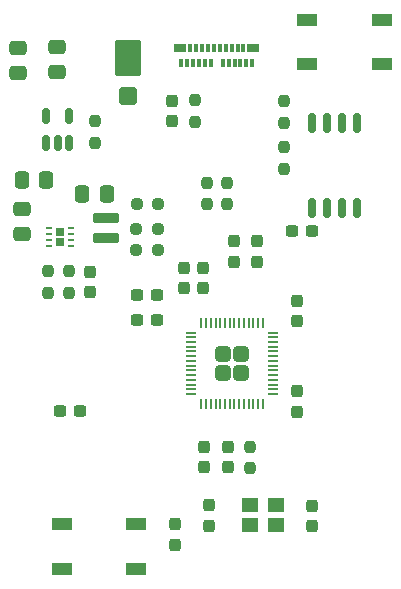
<source format=gbr>
%TF.GenerationSoftware,KiCad,Pcbnew,9.0.1*%
%TF.CreationDate,2025-11-13T19:44:27+01:00*%
%TF.ProjectId,RC thing,52432074-6869-46e6-972e-6b696361645f,rev?*%
%TF.SameCoordinates,Original*%
%TF.FileFunction,Paste,Bot*%
%TF.FilePolarity,Positive*%
%FSLAX46Y46*%
G04 Gerber Fmt 4.6, Leading zero omitted, Abs format (unit mm)*
G04 Created by KiCad (PCBNEW 9.0.1) date 2025-11-13 19:44:27*
%MOMM*%
%LPD*%
G01*
G04 APERTURE LIST*
G04 Aperture macros list*
%AMRoundRect*
0 Rectangle with rounded corners*
0 $1 Rounding radius*
0 $2 $3 $4 $5 $6 $7 $8 $9 X,Y pos of 4 corners*
0 Add a 4 corners polygon primitive as box body*
4,1,4,$2,$3,$4,$5,$6,$7,$8,$9,$2,$3,0*
0 Add four circle primitives for the rounded corners*
1,1,$1+$1,$2,$3*
1,1,$1+$1,$4,$5*
1,1,$1+$1,$6,$7*
1,1,$1+$1,$8,$9*
0 Add four rect primitives between the rounded corners*
20,1,$1+$1,$2,$3,$4,$5,0*
20,1,$1+$1,$4,$5,$6,$7,0*
20,1,$1+$1,$6,$7,$8,$9,0*
20,1,$1+$1,$8,$9,$2,$3,0*%
G04 Aperture macros list end*
%ADD10RoundRect,0.237500X-0.237500X0.250000X-0.237500X-0.250000X0.237500X-0.250000X0.237500X0.250000X0*%
%ADD11RoundRect,0.250000X-0.850000X1.300000X-0.850000X-1.300000X0.850000X-1.300000X0.850000X1.300000X0*%
%ADD12RoundRect,0.250000X-0.510000X0.500000X-0.510000X-0.500000X0.510000X-0.500000X0.510000X0.500000X0*%
%ADD13RoundRect,0.237500X-0.237500X0.300000X-0.237500X-0.300000X0.237500X-0.300000X0.237500X0.300000X0*%
%ADD14RoundRect,0.237500X-0.250000X-0.237500X0.250000X-0.237500X0.250000X0.237500X-0.250000X0.237500X0*%
%ADD15RoundRect,0.237500X0.237500X-0.300000X0.237500X0.300000X-0.237500X0.300000X-0.237500X-0.300000X0*%
%ADD16RoundRect,0.162500X-0.162500X0.650000X-0.162500X-0.650000X0.162500X-0.650000X0.162500X0.650000X0*%
%ADD17RoundRect,0.250000X0.337500X0.475000X-0.337500X0.475000X-0.337500X-0.475000X0.337500X-0.475000X0*%
%ADD18RoundRect,0.237500X0.250000X0.237500X-0.250000X0.237500X-0.250000X-0.237500X0.250000X-0.237500X0*%
%ADD19RoundRect,0.237500X0.237500X-0.250000X0.237500X0.250000X-0.237500X0.250000X-0.237500X-0.250000X0*%
%ADD20RoundRect,0.250000X-0.475000X0.337500X-0.475000X-0.337500X0.475000X-0.337500X0.475000X0.337500X0*%
%ADD21R,1.700000X1.000000*%
%ADD22RoundRect,0.249999X0.395001X0.395001X-0.395001X0.395001X-0.395001X-0.395001X0.395001X-0.395001X0*%
%ADD23RoundRect,0.050000X0.387500X0.050000X-0.387500X0.050000X-0.387500X-0.050000X0.387500X-0.050000X0*%
%ADD24RoundRect,0.050000X0.050000X0.387500X-0.050000X0.387500X-0.050000X-0.387500X0.050000X-0.387500X0*%
%ADD25RoundRect,0.237500X0.300000X0.237500X-0.300000X0.237500X-0.300000X-0.237500X0.300000X-0.237500X0*%
%ADD26R,0.750000X0.650000*%
%ADD27RoundRect,0.062500X-0.187500X-0.062500X0.187500X-0.062500X0.187500X0.062500X-0.187500X0.062500X0*%
%ADD28RoundRect,0.212500X0.887500X-0.212500X0.887500X0.212500X-0.887500X0.212500X-0.887500X-0.212500X0*%
%ADD29RoundRect,0.150000X0.150000X-0.512500X0.150000X0.512500X-0.150000X0.512500X-0.150000X-0.512500X0*%
%ADD30R,1.400000X1.200000*%
%ADD31R,0.300000X0.700000*%
%ADD32R,1.000000X0.700000*%
%ADD33RoundRect,0.250000X0.475000X-0.337500X0.475000X0.337500X-0.475000X0.337500X-0.475000X-0.337500X0*%
G04 APERTURE END LIST*
D10*
%TO.C,R7*%
X141625000Y-81075000D03*
X141625000Y-82900000D03*
%TD*%
D11*
%TO.C,D1*%
X131275000Y-48190000D03*
D12*
X131275000Y-51410000D03*
%TD*%
D13*
%TO.C,C10*%
X139775000Y-81125000D03*
X139775000Y-82850000D03*
%TD*%
D14*
%TO.C,R403*%
X131987500Y-64425000D03*
X133812500Y-64425000D03*
%TD*%
D15*
%TO.C,C4*%
X137650000Y-67662500D03*
X137650000Y-65937500D03*
%TD*%
%TO.C,C8*%
X136075000Y-67662500D03*
X136075000Y-65937500D03*
%TD*%
D16*
%TO.C,U3*%
X146890000Y-53675000D03*
X148160000Y-53675000D03*
X149430000Y-53675000D03*
X150700000Y-53675000D03*
X150700000Y-60850000D03*
X149430000Y-60850000D03*
X148160000Y-60850000D03*
X146890000Y-60850000D03*
%TD*%
D17*
%TO.C,C402*%
X124387500Y-58475000D03*
X122312500Y-58475000D03*
%TD*%
D15*
%TO.C,C15*%
X145600000Y-70482500D03*
X145600000Y-68757500D03*
%TD*%
%TO.C,C30*%
X128050000Y-68012500D03*
X128050000Y-66287500D03*
%TD*%
D18*
%TO.C,R405*%
X133861025Y-60525000D03*
X132036025Y-60525000D03*
%TD*%
D15*
%TO.C,C5*%
X142225000Y-65437500D03*
X142225000Y-63712500D03*
%TD*%
D19*
%TO.C,R10*%
X144500000Y-53687500D03*
X144500000Y-51862500D03*
%TD*%
D20*
%TO.C,C403*%
X122000000Y-47362500D03*
X122000000Y-49437500D03*
%TD*%
D21*
%TO.C,SW1*%
X125700000Y-87650000D03*
X132000000Y-87650000D03*
X125700000Y-91450000D03*
X132000000Y-91450000D03*
%TD*%
D22*
%TO.C,U2*%
X140912500Y-74825000D03*
X140912500Y-73225000D03*
X139312500Y-74825000D03*
X139312500Y-73225000D03*
D23*
X143550000Y-71425000D03*
X143550000Y-71825000D03*
X143550000Y-72225000D03*
X143550000Y-72625000D03*
X143550000Y-73025000D03*
X143550000Y-73425000D03*
X143550000Y-73825000D03*
X143550000Y-74225000D03*
X143550000Y-74625000D03*
X143550000Y-75025000D03*
X143550000Y-75425000D03*
X143550000Y-75825000D03*
X143550000Y-76225000D03*
X143550000Y-76625000D03*
D24*
X142712500Y-77462500D03*
X142312500Y-77462500D03*
X141912500Y-77462500D03*
X141512500Y-77462500D03*
X141112500Y-77462500D03*
X140712500Y-77462500D03*
X140312500Y-77462500D03*
X139912500Y-77462500D03*
X139512500Y-77462500D03*
X139112500Y-77462500D03*
X138712500Y-77462500D03*
X138312500Y-77462500D03*
X137912500Y-77462500D03*
X137512500Y-77462500D03*
D23*
X136675000Y-76625000D03*
X136675000Y-76225000D03*
X136675000Y-75825000D03*
X136675000Y-75425000D03*
X136675000Y-75025000D03*
X136675000Y-74625000D03*
X136675000Y-74225000D03*
X136675000Y-73825000D03*
X136675000Y-73425000D03*
X136675000Y-73025000D03*
X136675000Y-72625000D03*
X136675000Y-72225000D03*
X136675000Y-71825000D03*
X136675000Y-71425000D03*
D24*
X137512500Y-70587500D03*
X137912500Y-70587500D03*
X138312500Y-70587500D03*
X138712500Y-70587500D03*
X139112500Y-70587500D03*
X139512500Y-70587500D03*
X139912500Y-70587500D03*
X140312500Y-70587500D03*
X140712500Y-70587500D03*
X141112500Y-70587500D03*
X141512500Y-70587500D03*
X141912500Y-70587500D03*
X142312500Y-70587500D03*
X142712500Y-70587500D03*
%TD*%
D21*
%TO.C,SW5*%
X152775000Y-48725000D03*
X146475000Y-48725000D03*
X152775000Y-44925000D03*
X146475000Y-44925000D03*
%TD*%
D13*
%TO.C,C16*%
X135025000Y-51800000D03*
X135025000Y-53525000D03*
%TD*%
D17*
%TO.C,C404*%
X129486025Y-59700000D03*
X127411025Y-59700000D03*
%TD*%
D10*
%TO.C,R25*%
X124550000Y-66212500D03*
X124550000Y-68037500D03*
%TD*%
D25*
%TO.C,C1*%
X146875000Y-62850000D03*
X145150000Y-62850000D03*
%TD*%
D13*
%TO.C,C12*%
X145600000Y-76387500D03*
X145600000Y-78112500D03*
%TD*%
%TO.C,R1*%
X135275000Y-87650000D03*
X135275000Y-89375000D03*
%TD*%
D26*
%TO.C,U401*%
X125523525Y-62925000D03*
X125523525Y-63725000D03*
D27*
X124573525Y-64075000D03*
X124573525Y-63575000D03*
X124573525Y-63075000D03*
X124573525Y-62575000D03*
X126473525Y-62575000D03*
X126473525Y-63075000D03*
X126473525Y-63575000D03*
X126473525Y-64075000D03*
%TD*%
D25*
%TO.C,C11*%
X127275000Y-78050000D03*
X125550000Y-78050000D03*
%TD*%
D10*
%TO.C,R3*%
X137000000Y-51775000D03*
X137000000Y-53600000D03*
%TD*%
D14*
%TO.C,R404*%
X131986025Y-62625000D03*
X133811025Y-62625000D03*
%TD*%
D25*
%TO.C,C14*%
X133800000Y-68275000D03*
X132075000Y-68275000D03*
%TD*%
D10*
%TO.C,R2*%
X128475000Y-53537500D03*
X128475000Y-55362500D03*
%TD*%
D28*
%TO.C,L402*%
X129473525Y-63400000D03*
X129473525Y-61750000D03*
%TD*%
D13*
%TO.C,C3*%
X138200000Y-86037500D03*
X138200000Y-87762500D03*
%TD*%
D29*
%TO.C,U1*%
X126287500Y-55337500D03*
X125337500Y-55337500D03*
X124387500Y-55337500D03*
X124387500Y-53062500D03*
X126287500Y-53062500D03*
%TD*%
D15*
%TO.C,C2*%
X146900000Y-87812500D03*
X146900000Y-86087500D03*
%TD*%
D25*
%TO.C,C9*%
X133800000Y-70375000D03*
X132075000Y-70375000D03*
%TD*%
D20*
%TO.C,C403*%
X125325000Y-47287500D03*
X125325000Y-49362500D03*
%TD*%
D15*
%TO.C,C13*%
X140250000Y-65425000D03*
X140250000Y-63700000D03*
%TD*%
D19*
%TO.C,R26*%
X126325000Y-68037500D03*
X126325000Y-66212500D03*
%TD*%
D30*
%TO.C,Y3*%
X141625000Y-86050000D03*
X143825000Y-86050000D03*
X143825000Y-87750000D03*
X141625000Y-87750000D03*
%TD*%
D31*
%TO.C,P1*%
X135825000Y-48600000D03*
X136325000Y-48600000D03*
X136825000Y-48600000D03*
X137325000Y-48600000D03*
X137825000Y-48600000D03*
X138325000Y-48600000D03*
X139325000Y-48600000D03*
X139825000Y-48600000D03*
X140325000Y-48600000D03*
X140825000Y-48600000D03*
X141325000Y-48600000D03*
X141825000Y-48600000D03*
D32*
X141925000Y-47300000D03*
D31*
X141075000Y-47300000D03*
X140575000Y-47300000D03*
X140075000Y-47300000D03*
X139575000Y-47300000D03*
X139075000Y-47300000D03*
X138575000Y-47300000D03*
X138075000Y-47300000D03*
X137575000Y-47300000D03*
X137075000Y-47300000D03*
X136575000Y-47300000D03*
D32*
X135725000Y-47300000D03*
%TD*%
D19*
%TO.C,R8*%
X144525000Y-57562500D03*
X144525000Y-55737500D03*
%TD*%
D10*
%TO.C,R4*%
X137975000Y-58737500D03*
X137975000Y-60562500D03*
%TD*%
D13*
%TO.C,C6*%
X137775000Y-81125000D03*
X137775000Y-82850000D03*
%TD*%
D10*
%TO.C,R5*%
X139725000Y-58737500D03*
X139725000Y-60562500D03*
%TD*%
D33*
%TO.C,C401*%
X122323525Y-63062500D03*
X122323525Y-60987500D03*
%TD*%
M02*

</source>
